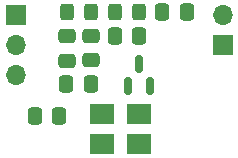
<source format=gbr>
%TF.GenerationSoftware,KiCad,Pcbnew,(6.0.4)*%
%TF.CreationDate,2022-07-15T22:25:20+03:00*%
%TF.ProjectId,Basic-150-MHz-Telemetry-Transmitter-SMD,42617369-632d-4313-9530-2d4d487a2d54,rev?*%
%TF.SameCoordinates,Original*%
%TF.FileFunction,Soldermask,Top*%
%TF.FilePolarity,Negative*%
%FSLAX46Y46*%
G04 Gerber Fmt 4.6, Leading zero omitted, Abs format (unit mm)*
G04 Created by KiCad (PCBNEW (6.0.4)) date 2022-07-15 22:25:20*
%MOMM*%
%LPD*%
G01*
G04 APERTURE LIST*
G04 Aperture macros list*
%AMRoundRect*
0 Rectangle with rounded corners*
0 $1 Rounding radius*
0 $2 $3 $4 $5 $6 $7 $8 $9 X,Y pos of 4 corners*
0 Add a 4 corners polygon primitive as box body*
4,1,4,$2,$3,$4,$5,$6,$7,$8,$9,$2,$3,0*
0 Add four circle primitives for the rounded corners*
1,1,$1+$1,$2,$3*
1,1,$1+$1,$4,$5*
1,1,$1+$1,$6,$7*
1,1,$1+$1,$8,$9*
0 Add four rect primitives between the rounded corners*
20,1,$1+$1,$2,$3,$4,$5,0*
20,1,$1+$1,$4,$5,$6,$7,0*
20,1,$1+$1,$6,$7,$8,$9,0*
20,1,$1+$1,$8,$9,$2,$3,0*%
G04 Aperture macros list end*
%ADD10R,2.100000X1.800000*%
%ADD11RoundRect,0.250000X-0.475000X0.337500X-0.475000X-0.337500X0.475000X-0.337500X0.475000X0.337500X0*%
%ADD12RoundRect,0.250000X-0.325000X-0.450000X0.325000X-0.450000X0.325000X0.450000X-0.325000X0.450000X0*%
%ADD13RoundRect,0.250000X-0.337500X-0.475000X0.337500X-0.475000X0.337500X0.475000X-0.337500X0.475000X0*%
%ADD14RoundRect,0.150000X0.150000X-0.587500X0.150000X0.587500X-0.150000X0.587500X-0.150000X-0.587500X0*%
%ADD15R,1.700000X1.700000*%
%ADD16O,1.700000X1.700000*%
%ADD17RoundRect,0.250000X0.337500X0.475000X-0.337500X0.475000X-0.337500X-0.475000X0.337500X-0.475000X0*%
%ADD18RoundRect,0.250000X0.475000X-0.337500X0.475000X0.337500X-0.475000X0.337500X-0.475000X-0.337500X0*%
G04 APERTURE END LIST*
D10*
%TO.C,Y1*%
X52660650Y-50726100D03*
X49560650Y-50726100D03*
X49560650Y-53226100D03*
X52660650Y-53226100D03*
%TD*%
D11*
%TO.C,RP1*%
X48596650Y-44100600D03*
X48596650Y-46175600D03*
%TD*%
D12*
%TO.C,L1*%
X46546650Y-42090100D03*
X48596650Y-42090100D03*
%TD*%
D13*
%TO.C,C3*%
X54649650Y-42090100D03*
X56724650Y-42090100D03*
%TD*%
D14*
%TO.C,Q1*%
X51710650Y-48361600D03*
X53610650Y-48361600D03*
X52660650Y-46486600D03*
%TD*%
D13*
%TO.C,R1*%
X43876150Y-50878500D03*
X45951150Y-50878500D03*
%TD*%
D15*
%TO.C,J1*%
X42246650Y-42359100D03*
D16*
X42246650Y-44899100D03*
X42246650Y-47439100D03*
%TD*%
D17*
%TO.C,C2*%
X52703650Y-44122100D03*
X50628650Y-44122100D03*
%TD*%
%TO.C,CP1*%
X48618150Y-48186100D03*
X46543150Y-48186100D03*
%TD*%
D15*
%TO.C,J2*%
X59772650Y-44884100D03*
D16*
X59772650Y-42344100D03*
%TD*%
D18*
%TO.C,C1*%
X46564650Y-46197100D03*
X46564650Y-44122100D03*
%TD*%
D12*
%TO.C,L2*%
X50628650Y-42090100D03*
X52678650Y-42090100D03*
%TD*%
M02*

</source>
